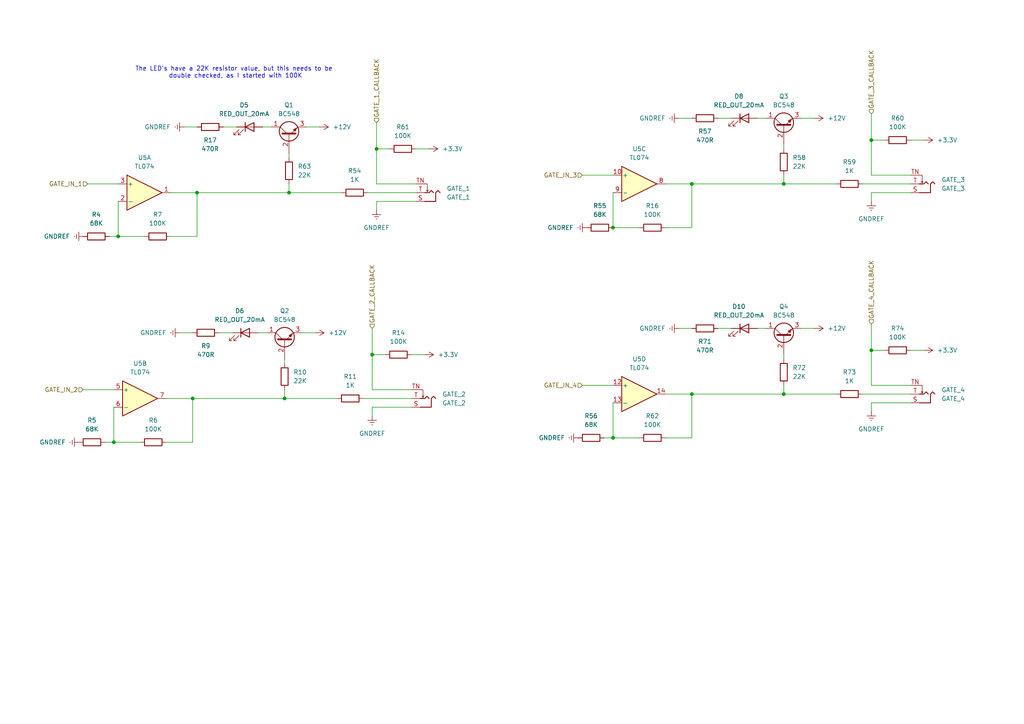
<source format=kicad_sch>
(kicad_sch (version 20231120) (generator "eeschema") (generator_version "8.0")
  (paper "A4")
  (lib_symbols
    (symbol "+12V_1" (power) (pin_numbers hide) (pin_names (offset 0) hide)
      (property "Value" "+12V" (at 0 3.556 0))
      (symbol "+12V_1_0_1"
        (polyline (pts (xy -0.762 1.27) (xy 0 2.54)))
        (polyline (pts (xy 0 0) (xy 0 2.54)))
        (polyline (pts (xy 0 2.54) (xy 0.762 1.27)))
      )
      (symbol "+12V_1_1_1"
        (pin power_in line (at 0 0 90) (length 0) (name "~") (number "1"))
      )
    )
    (symbol "Amplifier_Operational:TL074" (pin_names (offset 0.127))
      (property "Reference" "U" (at 0 5.08 0))
      (property "Value" "TL074" (at 0 -5.08 0))
      (symbol "TL074_1_1"
        (polyline (pts (xy -5.08 5.08) (xy 5.08 0) (xy -5.08 -5.08) (xy -5.08 5.08)) (stroke (width 0.254)) (fill (type background)))
        (pin output line (at 7.62 0 180) (length 2.54) (name "~") (number "1"))
        (pin input line (at -7.62 -2.54 0) (length 2.54) (name "-") (number "2"))
        (pin input line (at -7.62 2.54 0) (length 2.54) (name "+") (number "3"))
      )
      (symbol "TL074_2_1"
        (polyline (pts (xy -5.08 5.08) (xy 5.08 0) (xy -5.08 -5.08) (xy -5.08 5.08)) (stroke (width 0.254)) (fill (type background)))
        (pin input line (at -7.62 2.54 0) (length 2.54) (name "+") (number "5"))
        (pin input line (at -7.62 -2.54 0) (length 2.54) (name "-") (number "6"))
        (pin output line (at 7.62 0 180) (length 2.54) (name "~") (number "7"))
      )
      (symbol "TL074_3_1"
        (polyline (pts (xy -5.08 5.08) (xy 5.08 0) (xy -5.08 -5.08) (xy -5.08 5.08)) (stroke (width 0.254)) (fill (type background)))
        (pin input line (at -7.62 2.54 0) (length 2.54) (name "+") (number "10"))
        (pin output line (at 7.62 0 180) (length 2.54) (name "~") (number "8"))
        (pin input line (at -7.62 -2.54 0) (length 2.54) (name "-") (number "9"))
      )
      (symbol "TL074_4_1"
        (polyline (pts (xy -5.08 5.08) (xy 5.08 0) (xy -5.08 -5.08) (xy -5.08 5.08)) (stroke (width 0.254)) (fill (type background)))
        (pin input line (at -7.62 2.54 0) (length 2.54) (name "+") (number "12"))
        (pin input line (at -7.62 -2.54 0) (length 2.54) (name "-") (number "13"))
        (pin output line (at 7.62 0 180) (length 2.54) (name "~") (number "14"))
      )
      (symbol "TL074_5_1"
        (pin power_in line (at -2.54 -7.62 90) (length 3.81) (name "V-") (number "11"))
        (pin power_in line (at -2.54 7.62 270) (length 3.81) (name "V+") (number "4"))
      )
    )
    (symbol "Transistor_BJT:BC548" (pin_names (offset 0) hide)
      (property "Reference" "Q" (at 5.08 1.905 0))
      (property "Value" "BC548" (at 5.08 0 0))
      (symbol "BC548_0_1"
        (polyline (pts (xy 0 0) (xy 0.635 0)))
        (polyline (pts (xy 0.635 0.635) (xy 2.54 2.54)))
        (polyline (pts (xy 0.635 -0.635) (xy 2.54 -2.54) (xy 2.54 -2.54)))
        (polyline (pts (xy 0.635 1.905) (xy 0.635 -1.905) (xy 0.635 -1.905)) (stroke (width 0.508)))
        (polyline (pts (xy 1.27 -1.778) (xy 1.778 -1.27) (xy 2.286 -2.286) (xy 1.27 -1.778) (xy 1.27 -1.778)) (fill (type outline)))
        (circle (center 1.27 0) (radius 2.8194) (stroke (width 0.254)))
      )
      (symbol "BC548_1_1"
        (pin passive line (at 2.54 5.08 270) (length 2.54) (name "C") (number "1"))
        (pin input line (at -5.08 0 0) (length 5.08) (name "B") (number "2"))
        (pin passive line (at 2.54 -5.08 90) (length 2.54) (name "E") (number "3"))
      )
    )
    (symbol "power:+3.3V" (power) (pin_numbers hide) (pin_names (offset 0) hide)
      (property "Value" "+3.3V" (at 0 3.556 0))
      (symbol "+3.3V_0_1"
        (polyline (pts (xy -0.762 1.27) (xy 0 2.54)))
        (polyline (pts (xy 0 0) (xy 0 2.54)))
        (polyline (pts (xy 0 2.54) (xy 0.762 1.27)))
      )
      (symbol "+3.3V_1_1"
        (pin power_in line (at 0 0 90) (length 0) (name "~") (number "1"))
      )
    )
    (symbol "power:GNDREF" (power) (pin_numbers hide) (pin_names (offset 0) hide)
      (property "Value" "GNDREF" (at 0 -3.81 0))
      (symbol "GNDREF_0_1"
        (polyline (pts (xy -0.635 -1.905) (xy 0.635 -1.905)))
        (polyline (pts (xy -0.127 -2.54) (xy 0.127 -2.54)))
        (polyline (pts (xy 0 -1.27) (xy 0 0)))
        (polyline (pts (xy 1.27 -1.27) (xy -1.27 -1.27)))
      )
      (symbol "GNDREF_1_1"
        (pin power_in line (at 0 0 270) (length 0) (name "~") (number "1"))
      )
    )
    (symbol "synth:AudioJack_Mono_3.5mm"
      (property "Reference" "J" (at 0 8.89 0))
      (property "Value" "AudioJack_Mono_3.5mm" (at 0 6.35 0))
      (symbol "AudioJack_Mono_3.5mm_0_1"
        (polyline (pts (xy 1.778 -0.254) (xy 2.032 -0.762)))
        (polyline (pts (xy 0 0) (xy 0.635 -0.635) (xy 1.27 0) (xy 2.54 0)) (stroke (width 0.254)))
        (polyline (pts (xy 2.54 -2.54) (xy 1.778 -2.54) (xy 1.778 -0.254) (xy 1.524 -0.762)))
        (polyline (pts (xy 2.54 2.54) (xy -0.635 2.54) (xy -0.635 0) (xy -1.27 -0.635) (xy -1.905 0)) (stroke (width 0.254)))
      )
      (symbol "AudioJack_Mono_3.5mm_1_1"
        (pin passive line (at 5.08 2.54 180) (length 2.54) (name "~") (number "S"))
        (pin passive line (at 5.08 0 180) (length 2.54) (name "~") (number "T"))
        (pin passive line (at 5.08 -2.54 180) (length 2.54) (name "~") (number "TN"))
      )
    )
    (symbol "synth:LED (5mm)" (pin_numbers hide) (pin_names (offset 1.016) hide)
      (property "Reference" "D" (at 0 2.54 0))
      (property "Value" "LED" (at 0 -2.54 0))
      (symbol "LED (5mm)_0_1"
        (polyline (pts (xy -1.27 -1.27) (xy -1.27 1.27)) (stroke (width 0.254)))
        (polyline (pts (xy -1.27 0) (xy 1.27 0)))
        (polyline (pts (xy 1.27 -1.27) (xy 1.27 1.27) (xy -1.27 0) (xy 1.27 -1.27)) (stroke (width 0.254)))
        (polyline (pts (xy -3.048 -0.762) (xy -4.572 -2.286) (xy -3.81 -2.286) (xy -4.572 -2.286) (xy -4.572 -1.524)))
        (polyline (pts (xy -1.778 -0.762) (xy -3.302 -2.286) (xy -2.54 -2.286) (xy -3.302 -2.286) (xy -3.302 -1.524)))
      )
      (symbol "LED (5mm)_1_1"
        (pin passive line (at -3.81 0 0) (length 2.54) (name "K") (number "1"))
        (pin passive line (at 3.81 0 180) (length 2.54) (name "A") (number "2"))
      )
    )
    (symbol "synth:R_Default" (pin_numbers hide) (pin_names (offset 0))
      (property "Reference" "R" (at -2.032 0 90))
      (property "Value" "R1" (at 2.032 0 90))
      (symbol "R_Default_0_1"
        (rectangle (start 1.016 -2.54) (end -1.016 2.54) (stroke (width 0.254)))
      )
      (symbol "R_Default_1_1"
        (pin passive line (at 0 -3.81 90) (length 1.27) (name "~") (number "1"))
        (pin passive line (at 0 3.81 270) (length 1.27) (name "~") (number "2"))
      )
    )
  )
  (junction (at 57.15 55.88))
  (junction (at 107.95 102.87))
  (junction (at 34.29 68.58))
  (junction (at 177.8 66.04))
  (junction (at 252.73 40.64))
  (junction (at 227.33 53.34))
  (junction (at 177.8 127))
  (junction (at 33.02 128.27))
  (junction (at 109.22 43.18))
  (junction (at 227.33 114.3))
  (junction (at 83.82 55.88))
  (junction (at 200.66 114.3))
  (junction (at 252.73 101.6))
  (junction (at 200.66 53.34))
  (junction (at 82.55 115.57))
  (junction (at 55.88 115.57))
  (wire (pts (xy 193.04 114.3) (xy 200.66 114.3)))
  (wire (pts (xy 83.82 53.34) (xy 83.82 55.88)))
  (wire (pts (xy 106.68 55.88) (xy 120.65 55.88)))
  (wire (pts (xy 200.66 95.25) (xy 196.85 95.25)))
  (wire (pts (xy 168.91 111.76) (xy 177.8 111.76)))
  (wire (pts (xy 113.03 43.18) (xy 109.22 43.18)))
  (wire (pts (xy 105.41 115.57) (xy 119.38 115.57)))
  (wire (pts (xy 250.19 114.3) (xy 264.16 114.3)))
  (wire (pts (xy 111.76 102.87) (xy 107.95 102.87)))
  (wire (pts (xy 83.82 55.88) (xy 99.06 55.88)))
  (wire (pts (xy 119.38 113.03) (xy 107.95 113.03)))
  (wire (pts (xy 219.71 34.29) (xy 222.25 34.29)))
  (wire (pts (xy 236.22 34.29) (xy 232.41 34.29)))
  (wire (pts (xy 252.73 101.6) (xy 252.73 111.76)))
  (wire (pts (xy 200.66 127) (xy 200.66 114.3)))
  (wire (pts (xy 236.22 95.25) (xy 232.41 95.25)))
  (wire (pts (xy 252.73 116.84) (xy 252.73 119.38)))
  (wire (pts (xy 175.26 127) (xy 177.8 127)))
  (wire (pts (xy 91.44 96.52) (xy 87.63 96.52)))
  (wire (pts (xy 252.73 33.02) (xy 252.73 40.64)))
  (wire (pts (xy 34.29 58.42) (xy 34.29 68.58)))
  (wire (pts (xy 252.73 55.88) (xy 252.73 58.42)))
  (wire (pts (xy 193.04 66.04) (xy 200.66 66.04)))
  (wire (pts (xy 200.66 53.34) (xy 227.33 53.34)))
  (wire (pts (xy 267.97 101.6) (xy 264.16 101.6)))
  (wire (pts (xy 33.02 118.11) (xy 33.02 128.27)))
  (wire (pts (xy 264.16 116.84) (xy 252.73 116.84)))
  (wire (pts (xy 107.95 118.11) (xy 107.95 120.65)))
  (wire (pts (xy 57.15 68.58) (xy 57.15 55.88)))
  (wire (pts (xy 55.88 96.52) (xy 52.07 96.52)))
  (wire (pts (xy 250.19 53.34) (xy 264.16 53.34)))
  (wire (pts (xy 109.22 58.42) (xy 109.22 60.96)))
  (wire (pts (xy 200.66 114.3) (xy 227.33 114.3)))
  (wire (pts (xy 208.28 95.25) (xy 212.09 95.25)))
  (wire (pts (xy 24.13 113.03) (xy 33.02 113.03)))
  (wire (pts (xy 193.04 127) (xy 200.66 127)))
  (wire (pts (xy 63.5 96.52) (xy 67.31 96.52)))
  (wire (pts (xy 57.15 36.83) (xy 53.34 36.83)))
  (wire (pts (xy 34.29 68.58) (xy 41.91 68.58)))
  (wire (pts (xy 30.48 128.27) (xy 33.02 128.27)))
  (wire (pts (xy 227.33 102.87) (xy 227.33 104.14)))
  (wire (pts (xy 177.8 66.04) (xy 185.42 66.04)))
  (wire (pts (xy 55.88 115.57) (xy 82.55 115.57)))
  (wire (pts (xy 49.53 55.88) (xy 57.15 55.88)))
  (wire (pts (xy 227.33 41.91) (xy 227.33 43.18)))
  (wire (pts (xy 193.04 53.34) (xy 200.66 53.34)))
  (wire (pts (xy 227.33 53.34) (xy 242.57 53.34)))
  (wire (pts (xy 120.65 58.42) (xy 109.22 58.42)))
  (wire (pts (xy 120.65 53.34) (xy 109.22 53.34)))
  (wire (pts (xy 227.33 50.8) (xy 227.33 53.34)))
  (wire (pts (xy 267.97 40.64) (xy 264.16 40.64)))
  (wire (pts (xy 256.54 40.64) (xy 252.73 40.64)))
  (wire (pts (xy 177.8 116.84) (xy 177.8 127)))
  (wire (pts (xy 252.73 93.98) (xy 252.73 101.6)))
  (wire (pts (xy 82.55 113.03) (xy 82.55 115.57)))
  (wire (pts (xy 55.88 115.57) (xy 48.26 115.57)))
  (wire (pts (xy 31.75 68.58) (xy 34.29 68.58)))
  (wire (pts (xy 109.22 43.18) (xy 109.22 53.34)))
  (wire (pts (xy 74.93 96.52) (xy 77.47 96.52)))
  (wire (pts (xy 25.4 53.34) (xy 34.29 53.34)))
  (wire (pts (xy 256.54 101.6) (xy 252.73 101.6)))
  (wire (pts (xy 264.16 55.88) (xy 252.73 55.88)))
  (wire (pts (xy 92.71 36.83) (xy 88.9 36.83)))
  (wire (pts (xy 76.2 36.83) (xy 78.74 36.83)))
  (wire (pts (xy 168.91 50.8) (xy 177.8 50.8)))
  (wire (pts (xy 64.77 36.83) (xy 68.58 36.83)))
  (wire (pts (xy 123.19 102.87) (xy 119.38 102.87)))
  (wire (pts (xy 219.71 95.25) (xy 222.25 95.25)))
  (wire (pts (xy 48.26 128.27) (xy 55.88 128.27)))
  (wire (pts (xy 124.46 43.18) (xy 120.65 43.18)))
  (wire (pts (xy 200.66 34.29) (xy 196.85 34.29)))
  (wire (pts (xy 55.88 128.27) (xy 55.88 115.57)))
  (wire (pts (xy 107.95 95.25) (xy 107.95 102.87)))
  (wire (pts (xy 252.73 40.64) (xy 252.73 50.8)))
  (wire (pts (xy 119.38 118.11) (xy 107.95 118.11)))
  (wire (pts (xy 49.53 68.58) (xy 57.15 68.58)))
  (wire (pts (xy 264.16 50.8) (xy 252.73 50.8)))
  (wire (pts (xy 227.33 111.76) (xy 227.33 114.3)))
  (wire (pts (xy 177.8 127) (xy 185.42 127)))
  (wire (pts (xy 227.33 114.3) (xy 242.57 114.3)))
  (wire (pts (xy 33.02 128.27) (xy 40.64 128.27)))
  (wire (pts (xy 83.82 44.45) (xy 83.82 45.72)))
  (wire (pts (xy 109.22 35.56) (xy 109.22 43.18)))
  (wire (pts (xy 208.28 34.29) (xy 212.09 34.29)))
  (wire (pts (xy 177.8 55.88) (xy 177.8 66.04)))
  (wire (pts (xy 264.16 111.76) (xy 252.73 111.76)))
  (wire (pts (xy 57.15 55.88) (xy 83.82 55.88)))
  (wire (pts (xy 200.66 66.04) (xy 200.66 53.34)))
  (wire (pts (xy 82.55 104.14) (xy 82.55 105.41)))
  (wire (pts (xy 107.95 102.87) (xy 107.95 113.03)))
  (wire (pts (xy 82.55 115.57) (xy 97.79 115.57)))
  (text "The LED's have a 22K resistor value, but this needs to be \ndouble checked, as I started with 100K" (at 68.326 21.082 0) (effects (font (size 1.27 1.27))))
  (hierarchical_label "GATE_2_CALLBACK" (shape input) (at 107.95 95.25 90))
  (hierarchical_label "GATE_IN_1" (shape input) (at 25.4 53.34 180))
  (hierarchical_label "GATE_4_CALLBACK" (shape input) (at 252.73 93.98 90))
  (hierarchical_label "GATE_IN_2" (shape input) (at 24.13 113.03 180))
  (hierarchical_label "GATE_IN_3" (shape input) (at 168.91 50.8 180))
  (hierarchical_label "GATE_1_CALLBACK" (shape input) (at 109.22 35.56 90))
  (hierarchical_label "GATE_IN_4" (shape input) (at 168.91 111.76 180))
  (hierarchical_label "GATE_3_CALLBACK" (shape input) (at 252.73 33.02 90))
  (symbol (lib_id "synth:R_Default") (at 260.35 40.64 90) (unit 1)
    (property "Reference" "R60" (at 260.35 34.29 90))
    (property "Value" "100K" (at 260.35 36.83 90))
    (property "Footprint" "Synth:R_Default (DIN0207)" (effects (hide yes)))
    (property "Description" "Resistor" (effects (hide yes)))
  )
  (symbol (lib_id "synth:R_Default") (at 27.94 68.58 90) (unit 1)
    (property "Reference" "R4" (at 27.94 62.23 90))
    (property "Value" "68K" (at 27.94 64.77 90))
    (property "Footprint" "Synth:R_Default (DIN0207)" (effects (hide yes)))
    (property "Description" "Resistor" (effects (hide yes)))
  )
  (symbol (lib_id "power:GNDREF") (at 252.73 119.38 0) (unit 1)
    (property "Reference" "#PWR086" (effects (hide yes)))
    (property "Value" "GNDREF" (at 252.73 124.46 0))
    (property "Description" "Power symbol creates a global label with name \"GNDREF\" , reference supply ground" (effects (hide yes)))
  )
  (symbol (lib_id "synth:R_Default") (at 26.67 128.27 90) (unit 1)
    (property "Reference" "R5" (at 26.67 121.92 90))
    (property "Value" "68K" (at 26.67 124.46 90))
    (property "Footprint" "Synth:R_Default (DIN0207)" (effects (hide yes)))
    (property "Description" "Resistor" (effects (hide yes)))
  )
  (symbol (lib_id "synth:R_Default") (at 260.35 101.6 90) (unit 1)
    (property "Reference" "R74" (at 260.35 95.25 90))
    (property "Value" "100K" (at 260.35 97.79 90))
    (property "Footprint" "Synth:R_Default (DIN0207)" (effects (hide yes)))
    (property "Description" "Resistor" (effects (hide yes)))
  )
  (symbol (lib_id "synth:R_Default") (at 59.69 96.52 90) (unit 1)
    (property "Reference" "R9" (at 59.69 100.33 90))
    (property "Value" "470R" (at 59.69 102.87 90))
    (property "Footprint" "Synth:R_Default (DIN0207)" (effects (hide yes)))
    (property "Description" "Resistor" (effects (hide yes)))
  )
  (symbol (lib_id "synth:AudioJack_Mono_3.5mm") (at 125.73 55.88 180) (unit 1)
    (property "Reference" "GATE_1" (at 129.54 54.6734 0) (effects (justify right)))
    (property "Value" "GATE_1" (at 129.54 57.2134 0) (effects (justify right)))
    (property "Footprint" "Synth:Jack_3.5mm_QingPu_WQP-PJ398SM_Vertical_CircularHoles" (effects (hide yes)))
    (property "Description" "Audio Jack, 2 Poles (Mono / TS), Switched T Pole (Normalling)" (effects (hide yes)))
  )
  (symbol (lib_id "synth:R_Default") (at 116.84 43.18 90) (unit 1)
    (property "Reference" "R61" (at 116.84 36.83 90))
    (property "Value" "100K" (at 116.84 39.37 90))
    (property "Footprint" "Synth:R_Default (DIN0207)" (effects (hide yes)))
    (property "Description" "Resistor" (effects (hide yes)))
  )
  (symbol (lib_id "power:GNDREF") (at 196.85 95.25 270) (unit 1)
    (property "Reference" "#PWR083" (effects (hide yes)))
    (property "Value" "GNDREF" (at 193.04 95.2499 90) (effects (justify right)))
    (property "Description" "Power symbol creates a global label with name \"GNDREF\" , reference supply ground" (effects (hide yes)))
  )
  (symbol (lib_id "synth:AudioJack_Mono_3.5mm") (at 269.24 53.34 180) (unit 1)
    (property "Reference" "GATE_3" (at 273.05 52.1334 0) (effects (justify right)))
    (property "Value" "GATE_3" (at 273.05 54.6734 0) (effects (justify right)))
    (property "Footprint" "Synth:Jack_3.5mm_QingPu_WQP-PJ398SM_Vertical_CircularHoles" (effects (hide yes)))
    (property "Description" "Audio Jack, 2 Poles (Mono / TS), Switched T Pole (Normalling)" (effects (hide yes)))
  )
  (symbol (lib_id "synth:R_Default") (at 246.38 114.3 90) (unit 1)
    (property "Reference" "R73" (at 246.38 107.95 90))
    (property "Value" "1K" (at 246.38 110.49 90))
    (property "Footprint" "Synth:R_Default (DIN0207)" (effects (hide yes)))
    (property "Description" "Resistor" (effects (hide yes)))
  )
  (symbol (lib_id "synth:R_Default") (at 115.57 102.87 90) (unit 1)
    (property "Reference" "R14" (at 115.57 96.52 90))
    (property "Value" "100K" (at 115.57 99.06 90))
    (property "Footprint" "Synth:R_Default (DIN0207)" (effects (hide yes)))
    (property "Description" "Resistor" (effects (hide yes)))
  )
  (symbol (lib_id "synth:LED (5mm)") (at 215.9 34.29 0) (unit 1)
    (property "Reference" "D8" (at 214.3125 27.94 0))
    (property "Value" "RED_OUT_20mA" (at 214.3125 30.48 0))
    (property "Footprint" "Synth:LED_D5.0mm (center Aligned)" (effects (hide yes)))
    (property "Description" "Light emitting diode" (effects (hide yes)))
  )
  (symbol (lib_id "Amplifier_Operational:TL074") (at 185.42 114.3 0) (unit 4)
    (property "Reference" "U5" (at 185.42 104.14 0))
    (property "Value" "TL074" (at 185.42 106.68 0))
    (property "Datasheet" "http://www.ti.com/lit/ds/symlink/tl071.pdf" (effects (hide yes)))
    (property "Description" "Quad Low-Noise JFET-Input Operational Amplifiers, DIP-14/SOIC-14" (effects (hide yes)))
  )
  (symbol (lib_id "Amplifier_Operational:TL074") (at 41.91 55.88 0) (unit 1)
    (property "Reference" "U5" (at 41.91 45.72 0))
    (property "Value" "TL074" (at 41.91 48.26 0))
    (property "Datasheet" "http://www.ti.com/lit/ds/symlink/tl071.pdf" (effects (hide yes)))
    (property "Description" "Quad Low-Noise JFET-Input Operational Amplifiers, DIP-14/SOIC-14" (effects (hide yes)))
  )
  (symbol (lib_id "power:GNDREF") (at 252.73 58.42 0) (unit 1)
    (property "Reference" "#PWR072" (effects (hide yes)))
    (property "Value" "GNDREF" (at 252.73 63.5 0))
    (property "Description" "Power symbol creates a global label with name \"GNDREF\" , reference supply ground" (effects (hide yes)))
  )
  (symbol (lib_id "power:GNDREF") (at 52.07 96.52 270) (unit 1)
    (property "Reference" "#PWR021" (effects (hide yes)))
    (property "Value" "GNDREF" (at 48.26 96.5199 90) (effects (justify right)))
    (property "Description" "Power symbol creates a global label with name \"GNDREF\" , reference supply ground" (effects (hide yes)))
  )
  (symbol (lib_name "+12V_1") (lib_id "power:+12V") (at 236.22 95.25 270) (unit 1)
    (property "Reference" "#PWR085" (effects (hide yes)))
    (property "Value" "+12V" (at 240.03 95.2499 90) (effects (justify left)))
    (property "Description" "Power symbol creates a global label with name \"+12V\"" (effects (hide yes)))
  )
  (symbol (lib_id "power:GNDREF") (at 109.22 60.96 0) (unit 1)
    (property "Reference" "#PWR067" (effects (hide yes)))
    (property "Value" "GNDREF" (at 109.22 66.04 0))
    (property "Description" "Power symbol creates a global label with name \"GNDREF\" , reference supply ground" (effects (hide yes)))
  )
  (symbol (lib_id "synth:R_Default") (at 44.45 128.27 90) (unit 1)
    (property "Reference" "R6" (at 44.45 121.92 90))
    (property "Value" "100K" (at 44.45 124.46 90))
    (property "Footprint" "Synth:R_Default (DIN0207)" (effects (hide yes)))
    (property "Description" "Resistor" (effects (hide yes)))
  )
  (symbol (lib_id "synth:R_Default") (at 173.99 66.04 90) (unit 1)
    (property "Reference" "R55" (at 173.99 59.69 90))
    (property "Value" "68K" (at 173.99 62.23 90))
    (property "Footprint" "Synth:R_Default (DIN0207)" (effects (hide yes)))
    (property "Description" "Resistor" (effects (hide yes)))
  )
  (symbol (lib_id "synth:R_Default") (at 227.33 107.95 180) (unit 1)
    (property "Reference" "R72" (at 229.87 106.6799 0) (effects (justify right)))
    (property "Value" "22K" (at 229.87 109.2199 0) (effects (justify right)))
    (property "Footprint" "Synth:R_Default (DIN0207)" (effects (hide yes)))
    (property "Description" "Resistor" (effects (hide yes)))
  )
  (symbol (lib_id "synth:LED (5mm)") (at 72.39 36.83 0) (unit 1)
    (property "Reference" "D5" (at 70.8025 30.48 0))
    (property "Value" "RED_OUT_20mA" (at 70.8025 33.02 0))
    (property "Footprint" "Synth:LED_D5.0mm (center Aligned)" (effects (hide yes)))
    (property "Description" "Light emitting diode" (effects (hide yes)))
  )
  (symbol (lib_id "power:GNDREF") (at 24.13 68.58 270) (unit 1)
    (property "Reference" "#PWR018" (effects (hide yes)))
    (property "Value" "GNDREF" (at 20.32 68.5799 90) (effects (justify right)))
    (property "Description" "Power symbol creates a global label with name \"GNDREF\" , reference supply ground" (effects (hide yes)))
  )
  (symbol (lib_id "power:GNDREF") (at 53.34 36.83 270) (unit 1)
    (property "Reference" "#PWR064" (effects (hide yes)))
    (property "Value" "GNDREF" (at 49.53 36.8299 90) (effects (justify right)))
    (property "Description" "Power symbol creates a global label with name \"GNDREF\" , reference supply ground" (effects (hide yes)))
  )
  (symbol (lib_id "synth:AudioJack_Mono_3.5mm") (at 124.46 115.57 180) (unit 1)
    (property "Reference" "GATE_2" (at 128.27 114.3634 0) (effects (justify right)))
    (property "Value" "GATE_2" (at 128.27 116.9034 0) (effects (justify right)))
    (property "Footprint" "Synth:Jack_3.5mm_QingPu_WQP-PJ398SM_Vertical_CircularHoles" (effects (hide yes)))
    (property "Description" "Audio Jack, 2 Poles (Mono / TS), Switched T Pole (Normalling)" (effects (hide yes)))
  )
  (symbol (lib_id "Amplifier_Operational:TL074") (at 40.64 115.57 0) (unit 2)
    (property "Reference" "U5" (at 40.64 105.41 0))
    (property "Value" "TL074" (at 40.64 107.95 0))
    (property "Datasheet" "http://www.ti.com/lit/ds/symlink/tl071.pdf" (effects (hide yes)))
    (property "Description" "Quad Low-Noise JFET-Input Operational Amplifiers, DIP-14/SOIC-14" (effects (hide yes)))
  )
  (symbol (lib_id "Amplifier_Operational:TL074") (at 185.42 53.34 0) (unit 3)
    (property "Reference" "U5" (at 185.42 43.18 0))
    (property "Value" "TL074" (at 185.42 45.72 0))
    (property "Datasheet" "http://www.ti.com/lit/ds/symlink/tl071.pdf" (effects (hide yes)))
    (property "Description" "Quad Low-Noise JFET-Input Operational Amplifiers, DIP-14/SOIC-14" (effects (hide yes)))
  )
  (symbol (lib_id "Transistor_BJT:BC548") (at 227.33 36.83 90) (unit 1)
    (property "Reference" "Q3" (at 227.33 27.94 90))
    (property "Value" "BC548" (at 227.33 30.48 90))
    (property "Footprint" "Package_TO_SOT_THT:TO-92_Inline" (effects (hide yes)))
    (property "Datasheet" "https://www.onsemi.com/pub/Collateral/BC550-D.pdf" (effects (hide yes)))
    (property "Description" "0.1A Ic, 30V Vce, Small Signal NPN Transistor, TO-92" (effects (hide yes)))
  )
  (symbol (lib_name "+12V_1") (lib_id "power:+12V") (at 91.44 96.52 270) (unit 1)
    (property "Reference" "#PWR025" (effects (hide yes)))
    (property "Value" "+12V" (at 95.25 96.5199 90) (effects (justify left)))
    (property "Description" "Power symbol creates a global label with name \"+12V\"" (effects (hide yes)))
  )
  (symbol (lib_id "Transistor_BJT:BC548") (at 227.33 97.79 90) (unit 1)
    (property "Reference" "Q4" (at 227.33 88.9 90))
    (property "Value" "BC548" (at 227.33 91.44 90))
    (property "Footprint" "Package_TO_SOT_THT:TO-92_Inline" (effects (hide yes)))
    (property "Datasheet" "https://www.onsemi.com/pub/Collateral/BC550-D.pdf" (effects (hide yes)))
    (property "Description" "0.1A Ic, 30V Vce, Small Signal NPN Transistor, TO-92" (effects (hide yes)))
  )
  (symbol (lib_id "power:+3.3V") (at 267.97 101.6 270) (unit 1)
    (property "Reference" "#PWR063" (effects (hide yes)))
    (property "Value" "+3.3V" (at 271.78 101.5999 90) (effects (justify left)))
    (property "Description" "Power symbol creates a global label with name \"+3.3V\"" (effects (hide yes)))
  )
  (symbol (lib_id "Transistor_BJT:BC548") (at 83.82 39.37 90) (unit 1)
    (property "Reference" "Q1" (at 83.82 30.48 90))
    (property "Value" "BC548" (at 83.82 33.02 90))
    (property "Footprint" "Package_TO_SOT_THT:TO-92_Inline" (effects (hide yes)))
    (property "Datasheet" "https://www.onsemi.com/pub/Collateral/BC550-D.pdf" (effects (hide yes)))
    (property "Description" "0.1A Ic, 30V Vce, Small Signal NPN Transistor, TO-92" (effects (hide yes)))
  )
  (symbol (lib_id "synth:R_Default") (at 189.23 127 90) (unit 1)
    (property "Reference" "R62" (at 189.23 120.65 90))
    (property "Value" "100K" (at 189.23 123.19 90))
    (property "Footprint" "Synth:R_Default (DIN0207)" (effects (hide yes)))
    (property "Description" "Resistor" (effects (hide yes)))
  )
  (symbol (lib_id "synth:R_Default") (at 189.23 66.04 90) (unit 1)
    (property "Reference" "R16" (at 189.23 59.69 90))
    (property "Value" "100K" (at 189.23 62.23 90))
    (property "Footprint" "Synth:R_Default (DIN0207)" (effects (hide yes)))
    (property "Description" "Resistor" (effects (hide yes)))
  )
  (symbol (lib_id "synth:R_Default") (at 60.96 36.83 90) (unit 1)
    (property "Reference" "R17" (at 60.96 40.64 90))
    (property "Value" "470R" (at 60.96 43.18 90))
    (property "Footprint" "Synth:R_Default (DIN0207)" (effects (hide yes)))
    (property "Description" "Resistor" (effects (hide yes)))
  )
  (symbol (lib_id "power:GNDREF") (at 170.18 66.04 270) (unit 1)
    (property "Reference" "#PWR065" (effects (hide yes)))
    (property "Value" "GNDREF" (at 166.37 66.0399 90) (effects (justify right)))
    (property "Description" "Power symbol creates a global label with name \"GNDREF\" , reference supply ground" (effects (hide yes)))
  )
  (symbol (lib_id "synth:R_Default") (at 45.72 68.58 90) (unit 1)
    (property "Reference" "R7" (at 45.72 62.23 90))
    (property "Value" "100K" (at 45.72 64.77 90))
    (property "Footprint" "Synth:R_Default (DIN0207)" (effects (hide yes)))
    (property "Description" "Resistor" (effects (hide yes)))
  )
  (symbol (lib_name "+12V_1") (lib_id "power:+12V") (at 92.71 36.83 270) (unit 1)
    (property "Reference" "#PWR076" (effects (hide yes)))
    (property "Value" "+12V" (at 96.52 36.8299 90) (effects (justify left)))
    (property "Description" "Power symbol creates a global label with name \"+12V\"" (effects (hide yes)))
  )
  (symbol (lib_id "synth:R_Default") (at 101.6 115.57 90) (unit 1)
    (property "Reference" "R11" (at 101.6 109.22 90))
    (property "Value" "1K" (at 101.6 111.76 90))
    (property "Footprint" "Synth:R_Default (DIN0207)" (effects (hide yes)))
    (property "Description" "Resistor" (effects (hide yes)))
  )
  (symbol (lib_id "power:+3.3V") (at 267.97 40.64 270) (unit 1)
    (property "Reference" "#PWR073" (effects (hide yes)))
    (property "Value" "+3.3V" (at 271.78 40.6399 90) (effects (justify left)))
    (property "Description" "Power symbol creates a global label with name \"+3.3V\"" (effects (hide yes)))
  )
  (symbol (lib_id "power:+3.3V") (at 124.46 43.18 270) (unit 1)
    (property "Reference" "#PWR075" (effects (hide yes)))
    (property "Value" "+3.3V" (at 128.27 43.1799 90) (effects (justify left)))
    (property "Description" "Power symbol creates a global label with name \"+3.3V\"" (effects (hide yes)))
  )
  (symbol (lib_id "Transistor_BJT:BC548") (at 82.55 99.06 90) (unit 1)
    (property "Reference" "Q2" (at 82.55 90.17 90))
    (property "Value" "BC548" (at 82.55 92.71 90))
    (property "Footprint" "Package_TO_SOT_THT:TO-92_Inline" (effects (hide yes)))
    (property "Datasheet" "https://www.onsemi.com/pub/Collateral/BC550-D.pdf" (effects (hide yes)))
    (property "Description" "0.1A Ic, 30V Vce, Small Signal NPN Transistor, TO-92" (effects (hide yes)))
  )
  (symbol (lib_id "power:GNDREF") (at 22.86 128.27 270) (unit 1)
    (property "Reference" "#PWR019" (effects (hide yes)))
    (property "Value" "GNDREF" (at 19.05 128.2699 90) (effects (justify right)))
    (property "Description" "Power symbol creates a global label with name \"GNDREF\" , reference supply ground" (effects (hide yes)))
  )
  (symbol (lib_id "power:+3.3V") (at 123.19 102.87 270) (unit 1)
    (property "Reference" "#PWR077" (effects (hide yes)))
    (property "Value" "+3.3V" (at 127 102.8699 90) (effects (justify left)))
    (property "Description" "Power symbol creates a global label with name \"+3.3V\"" (effects (hide yes)))
  )
  (symbol (lib_id "power:GNDREF") (at 196.85 34.29 270) (unit 1)
    (property "Reference" "#PWR069" (effects (hide yes)))
    (property "Value" "GNDREF" (at 193.04 34.2899 90) (effects (justify right)))
    (property "Description" "Power symbol creates a global label with name \"GNDREF\" , reference supply ground" (effects (hide yes)))
  )
  (symbol (lib_id "synth:R_Default") (at 246.38 53.34 90) (unit 1)
    (property "Reference" "R59" (at 246.38 46.99 90))
    (property "Value" "1K" (at 246.38 49.53 90))
    (property "Footprint" "Synth:R_Default (DIN0207)" (effects (hide yes)))
    (property "Description" "Resistor" (effects (hide yes)))
  )
  (symbol (lib_id "synth:AudioJack_Mono_3.5mm") (at 269.24 114.3 180) (unit 1)
    (property "Reference" "GATE_4" (at 273.05 113.0934 0) (effects (justify right)))
    (property "Value" "GATE_4" (at 273.05 115.6334 0) (effects (justify right)))
    (property "Footprint" "Synth:Jack_3.5mm_QingPu_WQP-PJ398SM_Vertical_CircularHoles" (effects (hide yes)))
    (property "Description" "Audio Jack, 2 Poles (Mono / TS), Switched T Pole (Normalling)" (effects (hide yes)))
  )
  (symbol (lib_name "+12V_1") (lib_id "power:+12V") (at 236.22 34.29 270) (unit 1)
    (property "Reference" "#PWR071" (effects (hide yes)))
    (property "Value" "+12V" (at 240.03 34.2899 90) (effects (justify left)))
    (property "Description" "Power symbol creates a global label with name \"+12V\"" (effects (hide yes)))
  )
  (symbol (lib_id "synth:R_Default") (at 83.82 49.53 180) (unit 1)
    (property "Reference" "R63" (at 86.36 48.2599 0) (effects (justify right)))
    (property "Value" "22K" (at 86.36 50.7999 0) (effects (justify right)))
    (property "Footprint" "Synth:R_Default (DIN0207)" (effects (hide yes)))
    (property "Description" "Resistor" (effects (hide yes)))
  )
  (symbol (lib_id "synth:LED (5mm)") (at 215.9 95.25 0) (unit 1)
    (property "Reference" "D10" (at 214.3125 88.9 0))
    (property "Value" "RED_OUT_20mA" (at 214.3125 91.44 0))
    (property "Footprint" "Synth:LED_D5.0mm (center Aligned)" (effects (hide yes)))
    (property "Description" "Light emitting diode" (effects (hide yes)))
  )
  (symbol (lib_id "power:GNDREF") (at 107.95 120.65 0) (unit 1)
    (property "Reference" "#PWR026" (effects (hide yes)))
    (property "Value" "GNDREF" (at 107.95 125.73 0))
    (property "Description" "Power symbol creates a global label with name \"GNDREF\" , reference supply ground" (effects (hide yes)))
  )
  (symbol (lib_id "synth:R_Default") (at 171.45 127 90) (unit 1)
    (property "Reference" "R56" (at 171.45 120.65 90))
    (property "Value" "68K" (at 171.45 123.19 90))
    (property "Footprint" "Synth:R_Default (DIN0207)" (effects (hide yes)))
    (property "Description" "Resistor" (effects (hide yes)))
  )
  (symbol (lib_id "power:GNDREF") (at 167.64 127 270) (unit 1)
    (property "Reference" "#PWR068" (effects (hide yes)))
    (property "Value" "GNDREF" (at 163.83 126.9999 90) (effects (justify right)))
    (property "Description" "Power symbol creates a global label with name \"GNDREF\" , reference supply ground" (effects (hide yes)))
  )
  (symbol (lib_id "synth:R_Default") (at 102.87 55.88 90) (unit 1)
    (property "Reference" "R54" (at 102.87 49.53 90))
    (property "Value" "1K" (at 102.87 52.07 90))
    (property "Footprint" "Synth:R_Default (DIN0207)" (effects (hide yes)))
    (property "Description" "Resistor" (effects (hide yes)))
  )
  (symbol (lib_id "synth:R_Default") (at 204.47 95.25 90) (unit 1)
    (property "Reference" "R71" (at 204.47 99.06 90))
    (property "Value" "470R" (at 204.47 101.6 90))
    (property "Footprint" "Synth:R_Default (DIN0207)" (effects (hide yes)))
    (property "Description" "Resistor" (effects (hide yes)))
  )
  (symbol (lib_id "synth:LED (5mm)") (at 71.12 96.52 0) (unit 1)
    (property "Reference" "D6" (at 69.5325 90.17 0))
    (property "Value" "RED_OUT_20mA" (at 69.5325 92.71 0))
    (property "Footprint" "Synth:LED_D5.0mm (center Aligned)" (effects (hide yes)))
    (property "Description" "Light emitting diode" (effects (hide yes)))
  )
  (symbol (lib_id "synth:R_Default") (at 204.47 34.29 90) (unit 1)
    (property "Reference" "R57" (at 204.47 38.1 90))
    (property "Value" "470R" (at 204.47 40.64 90))
    (property "Footprint" "Synth:R_Default (DIN0207)" (effects (hide yes)))
    (property "Description" "Resistor" (effects (hide yes)))
  )
  (symbol (lib_id "synth:R_Default") (at 82.55 109.22 180) (unit 1)
    (property "Reference" "R10" (at 85.09 107.9499 0) (effects (justify right)))
    (property "Value" "22K" (at 85.09 110.4899 0) (effects (justify right)))
    (property "Footprint" "Synth:R_Default (DIN0207)" (effects (hide yes)))
    (property "Description" "Resistor" (effects (hide yes)))
  )
  (symbol (lib_id "synth:R_Default") (at 227.33 46.99 180) (unit 1)
    (property "Reference" "R58" (at 229.87 45.7199 0) (effects (justify right)))
    (property "Value" "22K" (at 229.87 48.2599 0) (effects (justify right)))
    (property "Footprint" "Synth:R_Default (DIN0207)" (effects (hide yes)))
    (property "Description" "Resistor" (effects (hide yes)))
  )
)
</source>
